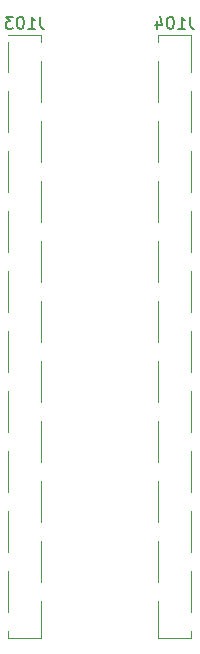
<source format=gbo>
G04 #@! TF.GenerationSoftware,KiCad,Pcbnew,9.0.6*
G04 #@! TF.CreationDate,2026-01-08T15:28:10-06:00*
G04 #@! TF.ProjectId,QFN-36_6x6_P0.5,51464e2d-3336-45f3-9678-365f50302e35,rev?*
G04 #@! TF.SameCoordinates,Original*
G04 #@! TF.FileFunction,Legend,Bot*
G04 #@! TF.FilePolarity,Positive*
%FSLAX46Y46*%
G04 Gerber Fmt 4.6, Leading zero omitted, Abs format (unit mm)*
G04 Created by KiCad (PCBNEW 9.0.6) date 2026-01-08 15:28:10*
%MOMM*%
%LPD*%
G01*
G04 APERTURE LIST*
%ADD10C,0.150000*%
%ADD11C,0.120000*%
%ADD12R,2.510000X1.000000*%
%ADD13C,1.700000*%
%ADD14R,1.700000X1.700000*%
G04 APERTURE END LIST*
D10*
X110505714Y-87239819D02*
X110505714Y-87954104D01*
X110505714Y-87954104D02*
X110553333Y-88096961D01*
X110553333Y-88096961D02*
X110648571Y-88192200D01*
X110648571Y-88192200D02*
X110791428Y-88239819D01*
X110791428Y-88239819D02*
X110886666Y-88239819D01*
X109505714Y-88239819D02*
X110077142Y-88239819D01*
X109791428Y-88239819D02*
X109791428Y-87239819D01*
X109791428Y-87239819D02*
X109886666Y-87382676D01*
X109886666Y-87382676D02*
X109981904Y-87477914D01*
X109981904Y-87477914D02*
X110077142Y-87525533D01*
X108886666Y-87239819D02*
X108791428Y-87239819D01*
X108791428Y-87239819D02*
X108696190Y-87287438D01*
X108696190Y-87287438D02*
X108648571Y-87335057D01*
X108648571Y-87335057D02*
X108600952Y-87430295D01*
X108600952Y-87430295D02*
X108553333Y-87620771D01*
X108553333Y-87620771D02*
X108553333Y-87858866D01*
X108553333Y-87858866D02*
X108600952Y-88049342D01*
X108600952Y-88049342D02*
X108648571Y-88144580D01*
X108648571Y-88144580D02*
X108696190Y-88192200D01*
X108696190Y-88192200D02*
X108791428Y-88239819D01*
X108791428Y-88239819D02*
X108886666Y-88239819D01*
X108886666Y-88239819D02*
X108981904Y-88192200D01*
X108981904Y-88192200D02*
X109029523Y-88144580D01*
X109029523Y-88144580D02*
X109077142Y-88049342D01*
X109077142Y-88049342D02*
X109124761Y-87858866D01*
X109124761Y-87858866D02*
X109124761Y-87620771D01*
X109124761Y-87620771D02*
X109077142Y-87430295D01*
X109077142Y-87430295D02*
X109029523Y-87335057D01*
X109029523Y-87335057D02*
X108981904Y-87287438D01*
X108981904Y-87287438D02*
X108886666Y-87239819D01*
X107696190Y-87573152D02*
X107696190Y-88239819D01*
X107934285Y-87192200D02*
X108172380Y-87906485D01*
X108172380Y-87906485D02*
X107553333Y-87906485D01*
X97805714Y-87239819D02*
X97805714Y-87954104D01*
X97805714Y-87954104D02*
X97853333Y-88096961D01*
X97853333Y-88096961D02*
X97948571Y-88192200D01*
X97948571Y-88192200D02*
X98091428Y-88239819D01*
X98091428Y-88239819D02*
X98186666Y-88239819D01*
X96805714Y-88239819D02*
X97377142Y-88239819D01*
X97091428Y-88239819D02*
X97091428Y-87239819D01*
X97091428Y-87239819D02*
X97186666Y-87382676D01*
X97186666Y-87382676D02*
X97281904Y-87477914D01*
X97281904Y-87477914D02*
X97377142Y-87525533D01*
X96186666Y-87239819D02*
X96091428Y-87239819D01*
X96091428Y-87239819D02*
X95996190Y-87287438D01*
X95996190Y-87287438D02*
X95948571Y-87335057D01*
X95948571Y-87335057D02*
X95900952Y-87430295D01*
X95900952Y-87430295D02*
X95853333Y-87620771D01*
X95853333Y-87620771D02*
X95853333Y-87858866D01*
X95853333Y-87858866D02*
X95900952Y-88049342D01*
X95900952Y-88049342D02*
X95948571Y-88144580D01*
X95948571Y-88144580D02*
X95996190Y-88192200D01*
X95996190Y-88192200D02*
X96091428Y-88239819D01*
X96091428Y-88239819D02*
X96186666Y-88239819D01*
X96186666Y-88239819D02*
X96281904Y-88192200D01*
X96281904Y-88192200D02*
X96329523Y-88144580D01*
X96329523Y-88144580D02*
X96377142Y-88049342D01*
X96377142Y-88049342D02*
X96424761Y-87858866D01*
X96424761Y-87858866D02*
X96424761Y-87620771D01*
X96424761Y-87620771D02*
X96377142Y-87430295D01*
X96377142Y-87430295D02*
X96329523Y-87335057D01*
X96329523Y-87335057D02*
X96281904Y-87287438D01*
X96281904Y-87287438D02*
X96186666Y-87239819D01*
X95519999Y-87239819D02*
X94900952Y-87239819D01*
X94900952Y-87239819D02*
X95234285Y-87620771D01*
X95234285Y-87620771D02*
X95091428Y-87620771D01*
X95091428Y-87620771D02*
X94996190Y-87668390D01*
X94996190Y-87668390D02*
X94948571Y-87716009D01*
X94948571Y-87716009D02*
X94900952Y-87811247D01*
X94900952Y-87811247D02*
X94900952Y-88049342D01*
X94900952Y-88049342D02*
X94948571Y-88144580D01*
X94948571Y-88144580D02*
X94996190Y-88192200D01*
X94996190Y-88192200D02*
X95091428Y-88239819D01*
X95091428Y-88239819D02*
X95377142Y-88239819D01*
X95377142Y-88239819D02*
X95472380Y-88192200D01*
X95472380Y-88192200D02*
X95519999Y-88144580D01*
D11*
X110600000Y-88785000D02*
X110600000Y-91895000D01*
X110600000Y-88785000D02*
X107840000Y-88785000D01*
X110600000Y-89355000D02*
X110600000Y-91895000D01*
X110600000Y-93515000D02*
X110600000Y-96975000D01*
X110600000Y-98595000D02*
X110600000Y-102055000D01*
X110600000Y-103675000D02*
X110600000Y-107135000D01*
X110600000Y-108755000D02*
X110600000Y-112215000D01*
X110600000Y-113835000D02*
X110600000Y-117295000D01*
X110600000Y-118915000D02*
X110600000Y-122375000D01*
X110600000Y-123995000D02*
X110600000Y-127455000D01*
X110600000Y-129075000D02*
X110600000Y-132535000D01*
X110600000Y-134155000D02*
X110600000Y-137615000D01*
X110600000Y-139235000D02*
X110600000Y-139805000D01*
X110600000Y-139805000D02*
X107840000Y-139805000D01*
X107840000Y-88785000D02*
X107840000Y-89355000D01*
X107840000Y-90975000D02*
X107840000Y-94435000D01*
X107840000Y-96055000D02*
X107840000Y-99515000D01*
X107840000Y-101135000D02*
X107840000Y-104595000D01*
X107840000Y-106215000D02*
X107840000Y-109675000D01*
X107840000Y-111295000D02*
X107840000Y-114755000D01*
X107840000Y-116375000D02*
X107840000Y-119835000D01*
X107840000Y-121455000D02*
X107840000Y-124915000D01*
X107840000Y-126535000D02*
X107840000Y-129995000D01*
X107840000Y-131615000D02*
X107840000Y-135075000D01*
X107840000Y-136695000D02*
X107840000Y-139805000D01*
X97900000Y-88785000D02*
X97900000Y-89355000D01*
X97900000Y-88785000D02*
X95140000Y-88785000D01*
X97900000Y-90975000D02*
X97900000Y-94435000D01*
X97900000Y-96055000D02*
X97900000Y-99515000D01*
X97900000Y-101135000D02*
X97900000Y-104595000D01*
X97900000Y-106215000D02*
X97900000Y-109675000D01*
X97900000Y-111295000D02*
X97900000Y-114755000D01*
X97900000Y-116375000D02*
X97900000Y-119835000D01*
X97900000Y-121455000D02*
X97900000Y-124915000D01*
X97900000Y-126535000D02*
X97900000Y-129995000D01*
X97900000Y-131615000D02*
X97900000Y-135075000D01*
X97900000Y-136695000D02*
X97900000Y-139805000D01*
X97900000Y-139805000D02*
X95140000Y-139805000D01*
X95140000Y-89355000D02*
X95140000Y-91895000D01*
X95140000Y-93515000D02*
X95140000Y-96975000D01*
X95140000Y-98595000D02*
X95140000Y-102055000D01*
X95140000Y-103675000D02*
X95140000Y-107135000D01*
X95140000Y-108755000D02*
X95140000Y-112215000D01*
X95140000Y-113835000D02*
X95140000Y-117295000D01*
X95140000Y-118915000D02*
X95140000Y-122375000D01*
X95140000Y-123995000D02*
X95140000Y-127455000D01*
X95140000Y-129075000D02*
X95140000Y-132535000D01*
X95140000Y-134155000D02*
X95140000Y-137615000D01*
X95140000Y-139235000D02*
X95140000Y-139805000D01*
%LPC*%
D12*
X107565000Y-90165000D03*
X110875000Y-92705000D03*
X107565000Y-95245000D03*
X110875000Y-97785000D03*
X107565000Y-100325000D03*
X110875000Y-102865000D03*
X107565000Y-105405000D03*
X110875000Y-107945000D03*
X107565000Y-110485000D03*
X110875000Y-113025000D03*
X107565000Y-115565000D03*
X110875000Y-118105000D03*
X107565000Y-120645000D03*
X110875000Y-123185000D03*
X107565000Y-125725000D03*
X110875000Y-128265000D03*
X107565000Y-130805000D03*
X110875000Y-133345000D03*
X107565000Y-135885000D03*
X110875000Y-138425000D03*
X98175000Y-90165000D03*
X94865000Y-92705000D03*
X98175000Y-95245000D03*
X94865000Y-97785000D03*
X98175000Y-100325000D03*
X94865000Y-102865000D03*
X98175000Y-105405000D03*
X94865000Y-107945000D03*
X98175000Y-110485000D03*
X94865000Y-113025000D03*
X98175000Y-115565000D03*
X94865000Y-118105000D03*
X98175000Y-120645000D03*
X94865000Y-123185000D03*
X98175000Y-125725000D03*
X94865000Y-128265000D03*
X98175000Y-130805000D03*
X94865000Y-133345000D03*
X98175000Y-135885000D03*
X94865000Y-138425000D03*
D13*
X114300000Y-90170000D03*
X114300000Y-92710000D03*
X114300000Y-95250000D03*
X114300000Y-97790000D03*
X114300000Y-100330000D03*
X114300000Y-102870000D03*
X114300000Y-105410000D03*
X114300000Y-107950000D03*
X114300000Y-110490000D03*
X114300000Y-113030000D03*
X114300000Y-115570000D03*
X114300000Y-118110000D03*
X114300000Y-120650000D03*
X114300000Y-123190000D03*
X114300000Y-125730000D03*
X114300000Y-128270000D03*
X114300000Y-130810000D03*
X114300000Y-133350000D03*
X114300000Y-135890000D03*
X114300000Y-138430000D03*
D14*
X91440000Y-90170000D03*
D13*
X91440000Y-92710000D03*
X91440000Y-95250000D03*
X91440000Y-97790000D03*
X91440000Y-100330000D03*
X91440000Y-102870000D03*
X91440000Y-105410000D03*
X91440000Y-107950000D03*
X91440000Y-110490000D03*
X91440000Y-113030000D03*
X91440000Y-115570000D03*
X91440000Y-118110000D03*
X91440000Y-120650000D03*
X91440000Y-123190000D03*
X91440000Y-125730000D03*
X91440000Y-128270000D03*
X91440000Y-130810000D03*
X91440000Y-133350000D03*
X91440000Y-135890000D03*
X91440000Y-138430000D03*
%LPD*%
M02*

</source>
